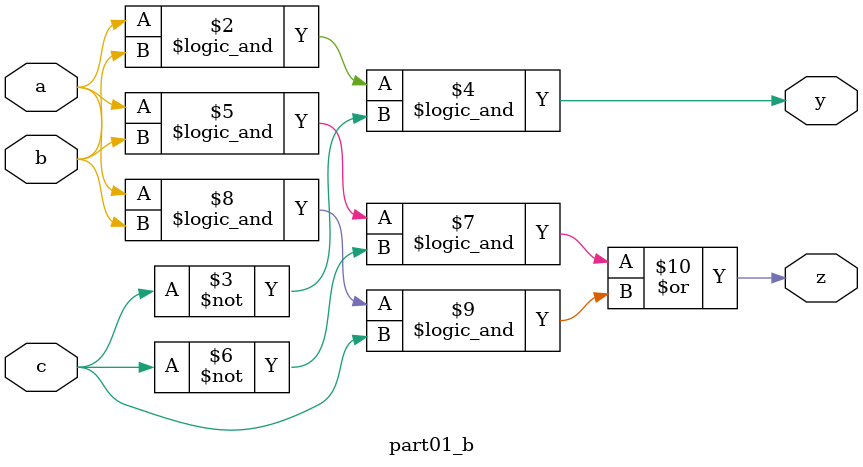
<source format=v>
`timescale 1ns / 1ps
module part01_b(
		input a,
		input b,
		input c,
		output reg y,
		output reg z
	);

	always @(a or b or c) begin

		y <= a && b && ~c;
		z <= (a && b && ~c) | (a && b && c);

	end

endmodule

</source>
